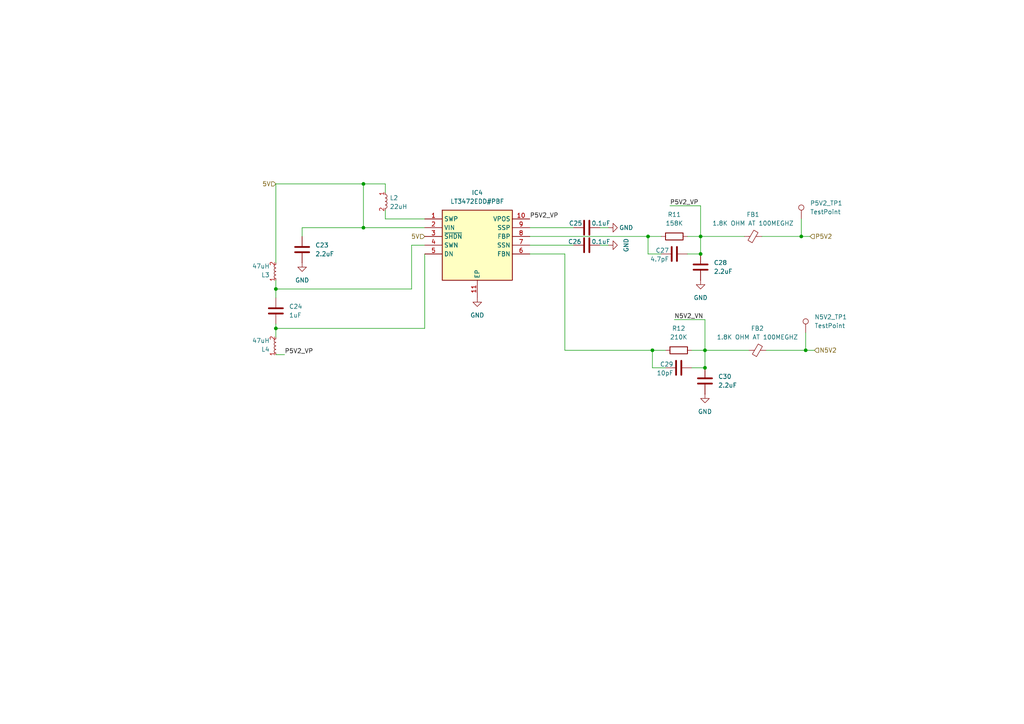
<source format=kicad_sch>
(kicad_sch (version 20250114) (generator "eeschema") (generator_version "9.0")
  (paper "A4")
  (title_block (date "2021-11-17"))
  (lib_symbols
    (symbol "Connector:TestPoint" (pin_numbers (hide yes)) (pin_names (offset 0.762) (hide yes))
      (property "Reference" "TP" (at 0 6.858 0))
      (property "Value" "TestPoint" (at 0 5.08 0))
      (symbol "TestPoint_0_1"
        (circle (center 0 3.302) (radius 0.762))
      )
      (symbol "TestPoint_1_1"
        (pin passive line (at 0 0 90) (length 2.54) (name "1") (number "1"))
      )
    )
    (symbol "Device:C" (pin_numbers (hide yes)) (pin_names (offset 0.254))
      (property "Reference" "C" (at 0.635 2.54 0))
      (property "Value" "C" (at 0.635 -2.54 0))
      (symbol "C_0_1"
        (polyline (pts (xy -2.032 0.762) (xy 2.032 0.762)) (stroke (width 0.508)))
        (polyline (pts (xy -2.032 -0.762) (xy 2.032 -0.762)) (stroke (width 0.508)))
      )
      (symbol "C_1_1"
        (pin passive line (at 0 3.81 270) (length 2.794) (name "~") (number "1"))
        (pin passive line (at 0 -3.81 90) (length 2.794) (name "~") (number "2"))
      )
    )
    (symbol "Device:FerriteBead_Small" (pin_numbers (hide yes)) (pin_names (offset 0))
      (property "Reference" "FB" (at 1.905 1.27 0))
      (property "Value" "FerriteBead_Small" (at 1.905 -1.27 0))
      (symbol "FerriteBead_Small_0_1"
        (polyline (pts (xy -1.8288 0.2794) (xy -1.1176 1.4986) (xy 1.8288 -0.2032) (xy 1.1176 -1.4224) (xy -1.8288 0.2794)))
        (polyline (pts (xy 0 0.889) (xy 0 1.2954)))
        (polyline (pts (xy 0 -1.27) (xy 0 -0.7874)))
      )
      (symbol "FerriteBead_Small_1_1"
        (pin passive line (at 0 2.54 270) (length 1.27) (name "~") (number "1"))
        (pin passive line (at 0 -2.54 90) (length 1.27) (name "~") (number "2"))
      )
    )
    (symbol "Device:R" (pin_numbers (hide yes)) (pin_names (offset 0))
      (property "Reference" "R" (at 2.032 0 90))
      (property "Value" "R" (at 0 0 90))
      (symbol "R_0_1"
        (rectangle (start -1.016 -2.54) (end 1.016 2.54) (stroke (width 0.254)))
      )
      (symbol "R_1_1"
        (pin passive line (at 0 3.81 270) (length 1.27) (name "~") (number "1"))
        (pin passive line (at 0 -3.81 90) (length 1.27) (name "~") (number "2"))
      )
    )
    (symbol "LQH32CN220K53L:LQH32CN220K53L"
      (property "Reference" "L" (at 2.54 6.35 0))
      (property "Value" "LQH32CN220K53L" (at 2.54 3.81 0))
      (symbol "LQH32CN220K53L_0_1"
        (arc (start 0 2.032) (mid 0.5058 1.524) (end 0 1.016))
        (arc (start 0 1.016) (mid 0.5058 0.508) (end 0 0))
        (arc (start 0 0) (mid 0.5058 -0.508) (end 0 -1.016))
        (arc (start 0 -1.016) (mid 0.5058 -1.524) (end 0 -2.032))
      )
      (symbol "LQH32CN220K53L_1_1"
        (pin passive line (at 0 2.54 270) (length 0.508) (name "~") (number "1"))
        (pin passive line (at 0 2.54 270) (length 0.508) (hide yes) (name "~") (number "3"))
        (pin passive line (at 0 -2.54 90) (length 0.508) (name "~") (number "2"))
        (pin passive line (at 0 -2.54 90) (length 0.508) (hide yes) (name "~") (number "4"))
      )
    )
    (symbol "LQH32CN470K53L:LQH32CN470K53L"
      (property "Reference" "L" (at 2.286 7.112 0))
      (property "Value" "LQH32CN470K53L" (at 2.286 4.572 0))
      (symbol "LQH32CN470K53L_0_1"
        (arc (start 0 2.032) (mid 0.5058 1.524) (end 0 1.016))
        (arc (start 0 1.016) (mid 0.5058 0.508) (end 0 0))
        (arc (start 0 0) (mid 0.5058 -0.508) (end 0 -1.016))
        (arc (start 0 -1.016) (mid 0.5058 -1.524) (end 0 -2.032))
      )
      (symbol "LQH32CN470K53L_1_1"
        (pin passive line (at 0 2.54 270) (length 0.508) (name "~") (number "1"))
        (pin passive line (at 0 2.54 270) (length 0.508) (hide yes) (name "~") (number "3"))
        (pin passive line (at 0 -2.54 90) (length 0.508) (name "~") (number "2"))
        (pin passive line (at 0 -2.54 90) (length 0.508) (hide yes) (name "~") (number "4"))
      )
    )
    (symbol "LT3472EDD#PBF:LT3472EDD#PBF"
      (property "Reference" "IC" (at 26.67 7.62 0))
      (property "Value" "LT3472EDD#PBF" (at 26.67 5.08 0))
      (symbol "LT3472EDD#PBF_1_1"
        (rectangle (start 5.08 2.54) (end 25.4 -17.78) (stroke (width 0.254)) (fill (type background)))
        (pin passive line (at 0 0 0) (length 5.08) (name "SWP") (number "1"))
        (pin passive line (at 0 -2.54 0) (length 5.08) (name "VIN") (number "2"))
        (pin passive line (at 0 -5.08 0) (length 5.08) (name "~{SHDN}") (number "3"))
        (pin passive line (at 0 -7.62 0) (length 5.08) (name "SWN") (number "4"))
        (pin passive line (at 0 -10.16 0) (length 5.08) (name "DN") (number "5"))
        (pin passive line (at 15.24 -22.86 90) (length 5.08) (name "EP") (number "11"))
        (pin passive line (at 30.48 0 180) (length 5.08) (name "VPOS") (number "10"))
        (pin passive line (at 30.48 -2.54 180) (length 5.08) (name "SSP") (number "9"))
        (pin passive line (at 30.48 -5.08 180) (length 5.08) (name "FBP") (number "8"))
        (pin passive line (at 30.48 -7.62 180) (length 5.08) (name "SSN") (number "7"))
        (pin passive line (at 30.48 -10.16 180) (length 5.08) (name "FBN") (number "6"))
      )
    )
    (symbol "power:GND" (power) (pin_numbers (hide yes)) (pin_names (offset 0) (hide yes))
      (property "Value" "GND" (at 0 -3.81 0))
      (symbol "GND_0_1"
        (polyline (pts (xy 0 0) (xy 0 -1.27) (xy 1.27 -1.27) (xy 0 -2.54) (xy -1.27 -1.27) (xy 0 -1.27)))
      )
      (symbol "GND_1_1"
        (pin power_in line (at 0 0 270) (length 0) (name "~") (number "1"))
      )
    )
  )
  (junction (at 232.41 68.58))
  (junction (at 203.2 73.66))
  (junction (at 80.01 83.82))
  (junction (at 105.41 53.34))
  (junction (at 187.96 68.58))
  (junction (at 80.01 95.25))
  (junction (at 189.23 101.6))
  (junction (at 233.68 101.6))
  (junction (at 203.2 68.58))
  (junction (at 105.41 66.04))
  (junction (at 204.47 101.6))
  (junction (at 204.47 106.68))
  (wire (pts (xy 176.53 71.12) (xy 173.99 71.12)))
  (wire (pts (xy 80.01 81.28) (xy 80.01 83.82)))
  (wire (pts (xy 200.66 106.68) (xy 204.47 106.68)))
  (wire (pts (xy 189.23 101.6) (xy 193.04 101.6)))
  (wire (pts (xy 87.63 66.04) (xy 105.41 66.04)))
  (wire (pts (xy 189.23 106.68) (xy 189.23 101.6)))
  (wire (pts (xy 204.47 101.6) (xy 217.17 101.6)))
  (wire (pts (xy 204.47 106.68) (xy 204.47 101.6)))
  (wire (pts (xy 80.01 97.79) (xy 80.01 95.25)))
  (wire (pts (xy 123.19 95.25) (xy 123.19 73.66)))
  (wire (pts (xy 80.01 95.25) (xy 123.19 95.25)))
  (wire (pts (xy 199.39 73.66) (xy 203.2 73.66)))
  (wire (pts (xy 105.41 53.34) (xy 105.41 66.04)))
  (wire (pts (xy 80.01 53.34) (xy 105.41 53.34)))
  (wire (pts (xy 80.01 76.2) (xy 80.01 53.34)))
  (wire (pts (xy 232.41 68.58) (xy 234.95 68.58)))
  (wire (pts (xy 105.41 53.34) (xy 111.76 53.34)))
  (wire (pts (xy 153.67 68.58) (xy 187.96 68.58)))
  (wire (pts (xy 220.98 68.58) (xy 232.41 68.58)))
  (wire (pts (xy 80.01 102.87) (xy 82.55 102.87)))
  (wire (pts (xy 194.31 59.69) (xy 203.2 59.69)))
  (wire (pts (xy 195.58 92.71) (xy 204.47 92.71)))
  (wire (pts (xy 153.67 71.12) (xy 166.37 71.12)))
  (wire (pts (xy 80.01 95.25) (xy 80.01 93.98)))
  (wire (pts (xy 233.68 101.6) (xy 236.22 101.6)))
  (wire (pts (xy 87.63 66.04) (xy 87.63 68.58)))
  (wire (pts (xy 203.2 68.58) (xy 215.9 68.58)))
  (wire (pts (xy 193.04 106.68) (xy 189.23 106.68)))
  (wire (pts (xy 191.77 73.66) (xy 187.96 73.66)))
  (wire (pts (xy 203.2 68.58) (xy 199.39 68.58)))
  (wire (pts (xy 233.68 96.52) (xy 233.68 101.6)))
  (wire (pts (xy 222.25 101.6) (xy 233.68 101.6)))
  (wire (pts (xy 232.41 63.5) (xy 232.41 68.58)))
  (wire (pts (xy 80.01 83.82) (xy 119.38 83.82)))
  (wire (pts (xy 123.19 63.5) (xy 111.76 63.5)))
  (wire (pts (xy 105.41 66.04) (xy 123.19 66.04)))
  (wire (pts (xy 176.53 66.04) (xy 173.99 66.04)))
  (wire (pts (xy 187.96 73.66) (xy 187.96 68.58)))
  (wire (pts (xy 119.38 83.82) (xy 119.38 71.12)))
  (wire (pts (xy 204.47 101.6) (xy 200.66 101.6)))
  (wire (pts (xy 163.83 101.6) (xy 189.23 101.6)))
  (wire (pts (xy 163.83 73.66) (xy 163.83 101.6)))
  (wire (pts (xy 203.2 73.66) (xy 203.2 68.58)))
  (wire (pts (xy 153.67 73.66) (xy 163.83 73.66)))
  (wire (pts (xy 153.67 66.04) (xy 166.37 66.04)))
  (wire (pts (xy 203.2 59.69) (xy 203.2 68.58)))
  (wire (pts (xy 111.76 53.34) (xy 111.76 55.88)))
  (wire (pts (xy 187.96 68.58) (xy 191.77 68.58)))
  (wire (pts (xy 119.38 71.12) (xy 123.19 71.12)))
  (wire (pts (xy 80.01 83.82) (xy 80.01 86.36)))
  (wire (pts (xy 111.76 63.5) (xy 111.76 60.96)))
  (wire (pts (xy 204.47 92.71) (xy 204.47 101.6)))
  (label "P5V2_VP" (at 194.31 59.69 0))
  (label "P5V2_VP" (at 82.55 102.87 0))
  (label "N5V2_VN" (at 195.58 92.71 0))
  (label "P5V2_VP" (at 153.67 63.5 0))
  (hierarchical_label "5V" (shape input) (at 123.19 68.58 180))
  (hierarchical_label "5V" (shape input) (at 80.01 53.34 180))
  (hierarchical_label "N5V2" (shape input) (at 236.22 101.6 0))
  (hierarchical_label "P5V2" (shape input) (at 234.95 68.58 0))
  (symbol (lib_id "Device:C") (at 195.58 73.66 90) (unit 1)
    (property "Reference" "C27" (at 194.056 72.644 90) (effects (justify left)))
    (property "Value" "4.7pF" (at 194.056 75.184 90) (effects (justify left)))
    (property "Footprint" "Capacitor_SMD:C_0603_1608Metric" (effects (hide yes)))
    (property "Description" "Unpolarized capacitor" (effects (hide yes)))
  )
  (symbol (lib_id "power:GND") (at 203.2 81.28 0) (unit 1)
    (property "Reference" "#PWR038" (effects (hide yes)))
    (property "Value" "GND" (at 203.2 86.36 0))
    (property "Description" "Power symbol creates a global label with name \"GND\" , ground" (effects (hide yes)))
  )
  (symbol (lib_id "power:GND") (at 138.43 86.36 0) (unit 1)
    (property "Reference" "#PWR035" (effects (hide yes)))
    (property "Value" "GND" (at 138.43 91.44 0))
    (property "Description" "Power symbol creates a global label with name \"GND\" , ground" (effects (hide yes)))
  )
  (symbol (lib_id "Device:C") (at 80.01 90.17 0) (unit 1)
    (property "Reference" "C24" (at 83.82 88.8999 0) (effects (justify left)))
    (property "Value" "1uF" (at 83.82 91.4399 0) (effects (justify left)))
    (property "Footprint" "Capacitor_SMD:C_0603_1608Metric" (effects (hide yes)))
    (property "Description" "Unpolarized capacitor" (effects (hide yes)))
  )
  (symbol (lib_id "Connector:TestPoint") (at 232.41 63.5 0) (unit 1)
    (property "Reference" "P5V2_TP1" (at 234.95 58.9279 0) (effects (justify left)))
    (property "Value" "TestPoint" (at 234.95 61.4679 0) (effects (justify left)))
    (property "Footprint" "TestPoint:TestPoint_Loop_D3.80mm_Drill2.5mm" (effects (hide yes)))
    (property "Description" "test point" (effects (hide yes)))
  )
  (symbol (lib_id "power:GND") (at 176.53 66.04 90) (unit 1)
    (property "Reference" "#PWR036" (effects (hide yes)))
    (property "Value" "GND" (at 181.61 66.04 90))
    (property "Description" "Power symbol creates a global label with name \"GND\" , ground" (effects (hide yes)))
  )
  (symbol (lib_id "Connector:TestPoint") (at 233.68 96.52 0) (unit 1)
    (property "Reference" "N5V2_TP1" (at 236.22 91.9479 0) (effects (justify left)))
    (property "Value" "TestPoint" (at 236.22 94.4879 0) (effects (justify left)))
    (property "Footprint" "TestPoint:TestPoint_Loop_D3.80mm_Drill2.5mm" (effects (hide yes)))
    (property "Description" "test point" (effects (hide yes)))
  )
  (symbol (lib_id "LT3472EDD#PBF:LT3472EDD#PBF") (at 123.19 63.5 0) (unit 1)
    (property "Reference" "IC4" (at 138.43 55.88 0))
    (property "Value" "LT3472EDD#PBF" (at 138.43 58.42 0))
    (property "Footprint" "Insyte_Footprints:SON50P300X300X80-11N-D" (effects (hide yes)))
    (property "Datasheet" "https://www.analog.com/media/en/technical-documentation/data-sheets/3472f.pdf" (effects (hide yes)))
    (property "Description" "Conv DC-DC 2.2V to 16V Inv/Step Up Dual-Out 1.25V to 34V/-34V Automotive 10-Pin DFN EP Tube" (effects (hide yes)))
    (property "Height" "0.8" (effects (hide yes)))
    (property "Mouser Part Number" "584-LT3472EDD#PBF" (effects (hide yes)))
    (property "Mouser Price/Stock" "https://www.mouser.co.uk/ProductDetail/Analog-Devices/LT3472EDDPBF?qs=hVkxg5c3xu%2FrHYMcdOCkgw%3D%3D" (effects (hide yes)))
    (property "Manufacturer_Name" "Analog Devices" (effects (hide yes)))
    (property "Manufacturer_Part_Number" "LT3472EDD#PBF" (effects (hide yes)))
  )
  (symbol (lib_id "Device:C") (at 204.47 110.49 0) (unit 1)
    (property "Reference" "C30" (at 208.28 109.2199 0) (effects (justify left)))
    (property "Value" "2.2uF" (at 208.28 111.7599 0) (effects (justify left)))
    (property "Footprint" "Capacitor_SMD:C_0603_1608Metric" (effects (hide yes)))
    (property "Description" "Unpolarized capacitor" (effects (hide yes)))
  )
  (symbol (lib_id "LQH32CN470K53L:LQH32CN470K53L") (at 80.01 78.74 180) (unit 1)
    (property "Reference" "L3" (at 78.232 79.756 0) (effects (justify left)))
    (property "Value" "47uH" (at 78.232 77.216 0) (effects (justify left)))
    (property "Footprint" "Insyte_Footprints:LQH32CH100K53L" (effects (hide yes)))
    (property "Datasheet" "https://search.murata.co.jp/Ceramy/image/img/P02/JELF243A-0030.pdf" (effects (hide yes)))
    (property "Description" "Murata LQH32CN Series Wire-wound SMD Inductor 47 uH +/-10% 170mA Idc" (effects (hide yes)))
    (property "Height" "1.7" (effects (hide yes)))
    (property "Mouser Part Number" "81-LQH32CN470K53L" (effects (hide yes)))
    (property "Mouser Price/Stock" "https://www.mouser.co.uk/ProductDetail/Murata-Electronics/LQH32CN470K53L?qs=sAApM0Qh7dWfL7QbjkLjHA%3D%3D" (effects (hide yes)))
    (property "Manufacturer_Name" "Murata Electronics" (effects (hide yes)))
    (property "Manufacturer_Part_Number" "LQH32CN470K53L" (effects (hide yes)))
  )
  (symbol (lib_id "LQH32CN220K53L:LQH32CN220K53L") (at 111.76 58.42 0) (unit 1)
    (property "Reference" "L2" (at 113.03 57.404 0) (effects (justify left)))
    (property "Value" "22uH" (at 113.03 59.944 0) (effects (justify left)))
    (property "Footprint" "Insyte_Footprints:LQH32CH100K53L" (effects (hide yes)))
    (property "Datasheet" "https://search.murata.co.jp/Ceramy/image/img/P02/JELF243A-0030.pdf" (effects (hide yes)))
    (property "Description" "Murata LQH32CN Series Wire-wound SMD Inductor 22 uH +/-10% 250mA Idc" (effects (hide yes)))
    (property "Height" "1.7" (effects (hide yes)))
    (property "Mouser Part Number" "81-LQH32CN220K53L" (effects (hide yes)))
    (property "Mouser Price/Stock" "https://www.mouser.co.uk/ProductDetail/Murata-Electronics/LQH32CN220K53L?qs=%252B4t9PpQE%252BH8Mb%252BY3LNBFaQ%3D%3D" (effects (hide yes)))
    (property "Manufacturer_Name" "Murata Electronics" (effects (hide yes)))
    (property "Manufacturer_Part_Number" "LQH32CN220K53L" (effects (hide yes)))
  )
  (symbol (lib_id "Device:FerriteBead_Small") (at 218.44 68.58 90) (unit 1)
    (property "Reference" "FB1" (at 218.4019 62.23 90))
    (property "Value" "1.8K OHM AT 100MEGHZ" (at 218.4019 64.77 90))
    (property "Footprint" "Inductor_SMD:L_0603_1608Metric" (effects (hide yes)))
    (property "Description" "Ferrite bead, small symbol" (effects (hide yes)))
    (property "manf#" "MMZ1608A182BTA00" (effects (hide yes)))
  )
  (symbol (lib_id "power:GND") (at 176.53 71.12 90) (unit 1)
    (property "Reference" "#PWR037" (effects (hide yes)))
    (property "Value" "GND" (at 181.61 71.12 0))
    (property "Description" "Power symbol creates a global label with name \"GND\" , ground" (effects (hide yes)))
  )
  (symbol (lib_id "LQH32CN470K53L:LQH32CN470K53L") (at 80.01 100.33 180) (unit 1)
    (property "Reference" "L4" (at 78.232 101.346 0) (effects (justify left)))
    (property "Value" "47uH" (at 78.232 98.806 0) (effects (justify left)))
    (property "Footprint" "Insyte_Footprints:LQH32CH100K53L" (effects (hide yes)))
    (property "Datasheet" "https://search.murata.co.jp/Ceramy/image/img/P02/JELF243A-0030.pdf" (effects (hide yes)))
    (property "Description" "Murata LQH32CN Series Wire-wound SMD Inductor 47 uH +/-10% 170mA Idc" (effects (hide yes)))
    (property "Height" "1.7" (effects (hide yes)))
    (property "Mouser Part Number" "81-LQH32CN470K53L" (effects (hide yes)))
    (property "Mouser Price/Stock" "https://www.mouser.co.uk/ProductDetail/Murata-Electronics/LQH32CN470K53L?qs=sAApM0Qh7dWfL7QbjkLjHA%3D%3D" (effects (hide yes)))
    (property "Manufacturer_Name" "Murata Electronics" (effects (hide yes)))
    (property "Manufacturer_Part_Number" "LQH32CN470K53L" (effects (hide yes)))
  )
  (symbol (lib_id "Device:C") (at 87.63 72.39 0) (unit 1)
    (property "Reference" "C23" (at 91.44 71.1199 0) (effects (justify left)))
    (property "Value" "2.2uF" (at 91.44 73.6599 0) (effects (justify left)))
    (property "Footprint" "Capacitor_SMD:C_0603_1608Metric" (effects (hide yes)))
    (property "Description" "Unpolarized capacitor" (effects (hide yes)))
  )
  (symbol (lib_id "Device:C") (at 203.2 77.47 0) (unit 1)
    (property "Reference" "C28" (at 207.01 76.1999 0) (effects (justify left)))
    (property "Value" "2.2uF" (at 207.01 78.7399 0) (effects (justify left)))
    (property "Footprint" "Capacitor_SMD:C_0603_1608Metric" (effects (hide yes)))
    (property "Description" "Unpolarized capacitor" (effects (hide yes)))
  )
  (symbol (lib_id "Device:C") (at 196.85 106.68 90) (unit 1)
    (property "Reference" "C29" (at 195.326 105.664 90) (effects (justify left)))
    (property "Value" "10pF" (at 195.326 108.204 90) (effects (justify left)))
    (property "Footprint" "Capacitor_SMD:C_0603_1608Metric" (effects (hide yes)))
    (property "Description" "Unpolarized capacitor" (effects (hide yes)))
  )
  (symbol (lib_id "Device:C") (at 170.18 66.04 90) (unit 1)
    (property "Reference" "C25" (at 168.91 64.77 90) (effects (justify left)))
    (property "Value" "0.1uF" (at 177.038 64.77 90) (effects (justify left)))
    (property "Footprint" "Capacitor_SMD:C_0603_1608Metric" (effects (hide yes)))
    (property "Description" "Unpolarized capacitor" (effects (hide yes)))
  )
  (symbol (lib_id "power:GND") (at 204.47 114.3 0) (unit 1)
    (property "Reference" "#PWR039" (effects (hide yes)))
    (property "Value" "GND" (at 204.47 119.38 0))
    (property "Description" "Power symbol creates a global label with name \"GND\" , ground" (effects (hide yes)))
  )
  (symbol (lib_id "Device:R") (at 196.85 101.6 90) (unit 1)
    (property "Reference" "R12" (at 196.85 95.25 90))
    (property "Value" "210K" (at 196.85 97.79 90))
    (property "Footprint" "Resistor_SMD:R_0603_1608Metric" (effects (hide yes)))
    (property "Description" "Resistor" (effects (hide yes)))
  )
  (symbol (lib_id "power:GND") (at 87.63 76.2 0) (unit 1)
    (property "Reference" "#PWR02" (effects (hide yes)))
    (property "Value" "GND" (at 87.63 81.28 0))
    (property "Description" "Power symbol creates a global label with name \"GND\" , ground" (effects (hide yes)))
  )
  (symbol (lib_id "Device:R") (at 195.58 68.58 90) (unit 1)
    (property "Reference" "R11" (at 195.58 62.23 90))
    (property "Value" "158K" (at 195.58 64.77 90))
    (property "Footprint" "Resistor_SMD:R_0603_1608Metric" (effects (hide yes)))
    (property "Description" "Resistor" (effects (hide yes)))
  )
  (symbol (lib_id "Device:FerriteBead_Small") (at 219.71 101.6 90) (unit 1)
    (property "Reference" "FB2" (at 219.6719 95.25 90))
    (property "Value" "1.8K OHM AT 100MEGHZ" (at 219.6719 97.79 90))
    (property "Footprint" "Inductor_SMD:L_0603_1608Metric" (effects (hide yes)))
    (property "Description" "Ferrite bead, small symbol" (effects (hide yes)))
    (property "manf#" "MMZ1608A182BTA00" (effects (hide yes)))
  )
  (symbol (lib_id "Device:C") (at 170.18 71.12 90) (unit 1)
    (property "Reference" "C26" (at 168.656 70.104 90) (effects (justify left)))
    (property "Value" "0.1uF" (at 177.038 70.104 90) (effects (justify left)))
    (property "Footprint" "Capacitor_SMD:C_0603_1608Metric" (effects (hide yes)))
    (property "Description" "Unpolarized capacitor" (effects (hide yes)))
  )
)
</source>
